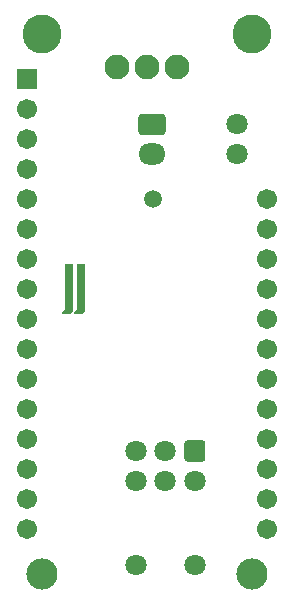
<source format=gbr>
%TF.GenerationSoftware,KiCad,Pcbnew,(5.1.10)-1*%
%TF.CreationDate,2021-08-19T13:56:03-06:00*%
%TF.ProjectId,Remote Ocean Acidification Monitor,52656d6f-7465-4204-9f63-65616e204163,rev?*%
%TF.SameCoordinates,Original*%
%TF.FileFunction,Soldermask,Bot*%
%TF.FilePolarity,Negative*%
%FSLAX46Y46*%
G04 Gerber Fmt 4.6, Leading zero omitted, Abs format (unit mm)*
G04 Created by KiCad (PCBNEW (5.1.10)-1) date 2021-08-19 13:56:03*
%MOMM*%
%LPD*%
G01*
G04 APERTURE LIST*
%ADD10C,0.100000*%
%ADD11C,1.801600*%
%ADD12O,2.301600X1.801600*%
%ADD13C,1.701600*%
%ADD14C,3.301600*%
%ADD15C,2.641600*%
%ADD16C,2.101600*%
%ADD17C,1.500000*%
G04 APERTURE END LIST*
D10*
%TO.C,REF\u002A\u002A*%
G36*
X132180555Y-104652980D02*
G01*
X132179594Y-104662735D01*
X132177652Y-104672501D01*
X132174807Y-104681880D01*
X132170995Y-104691082D01*
X132166374Y-104699727D01*
X132160841Y-104708008D01*
X132154623Y-104715584D01*
X132151276Y-104719276D01*
X131897276Y-104973276D01*
X131893584Y-104976623D01*
X131886008Y-104982841D01*
X131877727Y-104988374D01*
X131869082Y-104992995D01*
X131859880Y-104996807D01*
X131850501Y-104999652D01*
X131840735Y-105001594D01*
X131830980Y-105002555D01*
X131826000Y-105002800D01*
X131318000Y-105002800D01*
X131313020Y-105002555D01*
X131303265Y-105001594D01*
X131293499Y-104999652D01*
X131284120Y-104996807D01*
X131274918Y-104992995D01*
X131266273Y-104988374D01*
X131257992Y-104982841D01*
X131250416Y-104976623D01*
X131243377Y-104969584D01*
X131237159Y-104962008D01*
X131231626Y-104953727D01*
X131227005Y-104945082D01*
X131223193Y-104935880D01*
X131220348Y-104926501D01*
X131218406Y-104916735D01*
X131217445Y-104906980D01*
X131217445Y-104897020D01*
X131218406Y-104887265D01*
X131220348Y-104877499D01*
X131223193Y-104868120D01*
X131227005Y-104858918D01*
X131231626Y-104850273D01*
X131237159Y-104841992D01*
X131243377Y-104834416D01*
X131246724Y-104830724D01*
X131471200Y-104606248D01*
X131471200Y-100838000D01*
X131471445Y-100833020D01*
X131472406Y-100823265D01*
X131474348Y-100813499D01*
X131477193Y-100804120D01*
X131481005Y-100794918D01*
X131485626Y-100786273D01*
X131491159Y-100777992D01*
X131497377Y-100770416D01*
X131504416Y-100763377D01*
X131511992Y-100757159D01*
X131520273Y-100751626D01*
X131528918Y-100747005D01*
X131538120Y-100743193D01*
X131547499Y-100740348D01*
X131557265Y-100738406D01*
X131567020Y-100737445D01*
X131572000Y-100737200D01*
X132080000Y-100737200D01*
X132084980Y-100737445D01*
X132094735Y-100738406D01*
X132104501Y-100740348D01*
X132113880Y-100743193D01*
X132123082Y-100747005D01*
X132131727Y-100751626D01*
X132140008Y-100757159D01*
X132147584Y-100763377D01*
X132154623Y-100770416D01*
X132160841Y-100777992D01*
X132166374Y-100786273D01*
X132170995Y-100794918D01*
X132174807Y-100804120D01*
X132177652Y-100813499D01*
X132179594Y-100823265D01*
X132180555Y-100833020D01*
X132180800Y-100838000D01*
X132180800Y-104648000D01*
X132180555Y-104652980D01*
G37*
G36*
X133196555Y-104652980D02*
G01*
X133195594Y-104662735D01*
X133193652Y-104672501D01*
X133190807Y-104681880D01*
X133186995Y-104691082D01*
X133182374Y-104699727D01*
X133176841Y-104708008D01*
X133170623Y-104715584D01*
X133167276Y-104719276D01*
X132913276Y-104973276D01*
X132909584Y-104976623D01*
X132902008Y-104982841D01*
X132893727Y-104988374D01*
X132885082Y-104992995D01*
X132875880Y-104996807D01*
X132866501Y-104999652D01*
X132856735Y-105001594D01*
X132846980Y-105002555D01*
X132842000Y-105002800D01*
X132334000Y-105002800D01*
X132329020Y-105002555D01*
X132319265Y-105001594D01*
X132309499Y-104999652D01*
X132300120Y-104996807D01*
X132290918Y-104992995D01*
X132282273Y-104988374D01*
X132273992Y-104982841D01*
X132266416Y-104976623D01*
X132259377Y-104969584D01*
X132253159Y-104962008D01*
X132247626Y-104953727D01*
X132243005Y-104945082D01*
X132239193Y-104935880D01*
X132236348Y-104926501D01*
X132234406Y-104916735D01*
X132233445Y-104906980D01*
X132233445Y-104897020D01*
X132234406Y-104887265D01*
X132236348Y-104877499D01*
X132239193Y-104868120D01*
X132243005Y-104858918D01*
X132247626Y-104850273D01*
X132253159Y-104841992D01*
X132259377Y-104834416D01*
X132262724Y-104830724D01*
X132487200Y-104606248D01*
X132487200Y-100838000D01*
X132487445Y-100833020D01*
X132488406Y-100823265D01*
X132490348Y-100813499D01*
X132493193Y-100804120D01*
X132497005Y-100794918D01*
X132501626Y-100786273D01*
X132507159Y-100777992D01*
X132513377Y-100770416D01*
X132520416Y-100763377D01*
X132527992Y-100757159D01*
X132536273Y-100751626D01*
X132544918Y-100747005D01*
X132554120Y-100743193D01*
X132563499Y-100740348D01*
X132573265Y-100738406D01*
X132583020Y-100737445D01*
X132588000Y-100737200D01*
X133096000Y-100737200D01*
X133100980Y-100737445D01*
X133110735Y-100738406D01*
X133120501Y-100740348D01*
X133129880Y-100743193D01*
X133139082Y-100747005D01*
X133147727Y-100751626D01*
X133156008Y-100757159D01*
X133163584Y-100763377D01*
X133170623Y-100770416D01*
X133176841Y-100777992D01*
X133182374Y-100786273D01*
X133186995Y-100794918D01*
X133190807Y-100804120D01*
X133193652Y-100813499D01*
X133195594Y-100823265D01*
X133196555Y-100833020D01*
X133196800Y-100838000D01*
X133196800Y-104648000D01*
X133196555Y-104652980D01*
G37*
%TD*%
D11*
%TO.C,J1*%
X146050000Y-91440000D03*
X146050000Y-88940000D03*
D12*
X138870000Y-91440000D03*
G36*
G01*
X137719200Y-89575859D02*
X137719200Y-88304141D01*
G75*
G02*
X137984141Y-88039200I264941J0D01*
G01*
X139755859Y-88039200D01*
G75*
G02*
X140020800Y-88304141I0J-264941D01*
G01*
X140020800Y-89575859D01*
G75*
G02*
X139755859Y-89840800I-264941J0D01*
G01*
X137984141Y-89840800D01*
G75*
G02*
X137719200Y-89575859I0J264941D01*
G01*
G37*
%TD*%
D11*
%TO.C,J2*%
X137494000Y-126266000D03*
X142494000Y-126266000D03*
X137494000Y-119086000D03*
X139994000Y-119086000D03*
X142494000Y-119086000D03*
X137494000Y-116586000D03*
X139994000Y-116586000D03*
G36*
G01*
X141858141Y-115685200D02*
X143129859Y-115685200D01*
G75*
G02*
X143394800Y-115950141I0J-264941D01*
G01*
X143394800Y-117221859D01*
G75*
G02*
X143129859Y-117486800I-264941J0D01*
G01*
X141858141Y-117486800D01*
G75*
G02*
X141593200Y-117221859I0J264941D01*
G01*
X141593200Y-115950141D01*
G75*
G02*
X141858141Y-115685200I264941J0D01*
G01*
G37*
%TD*%
D13*
%TO.C,A1*%
X128270000Y-123190000D03*
X128270000Y-120650000D03*
X128270000Y-118110000D03*
X128270000Y-115570000D03*
X128270000Y-113030000D03*
X128270000Y-110490000D03*
X128270000Y-107950000D03*
X128270000Y-105410000D03*
X128270000Y-102870000D03*
X128270000Y-100330000D03*
X128270000Y-97790000D03*
X128270000Y-95250000D03*
X128270000Y-92710000D03*
X128270000Y-90170000D03*
X128270000Y-87630000D03*
G36*
G01*
X129120800Y-84290000D02*
X129120800Y-85890000D01*
G75*
G02*
X129070000Y-85940800I-50800J0D01*
G01*
X127470000Y-85940800D01*
G75*
G02*
X127419200Y-85890000I0J50800D01*
G01*
X127419200Y-84290000D01*
G75*
G02*
X127470000Y-84239200I50800J0D01*
G01*
X129070000Y-84239200D01*
G75*
G02*
X129120800Y-84290000I0J-50800D01*
G01*
G37*
X148590000Y-95250000D03*
X148590000Y-97790000D03*
X148590000Y-100330000D03*
X148590000Y-102870000D03*
X148590000Y-105410000D03*
X148590000Y-107950000D03*
X148590000Y-110490000D03*
X148590000Y-113030000D03*
X148590000Y-115570000D03*
X148590000Y-118110000D03*
X148590000Y-120650000D03*
X148590000Y-123190000D03*
D14*
X147320000Y-81280000D03*
D15*
X147320000Y-127000000D03*
D14*
X129540000Y-81280000D03*
D15*
X129540000Y-127000000D03*
%TD*%
D16*
%TO.C,U1*%
X140970000Y-84074000D03*
X138430000Y-84074000D03*
X135890000Y-84074000D03*
%TD*%
D17*
%TO.C,FID1*%
X138938000Y-95250000D03*
%TD*%
M02*

</source>
